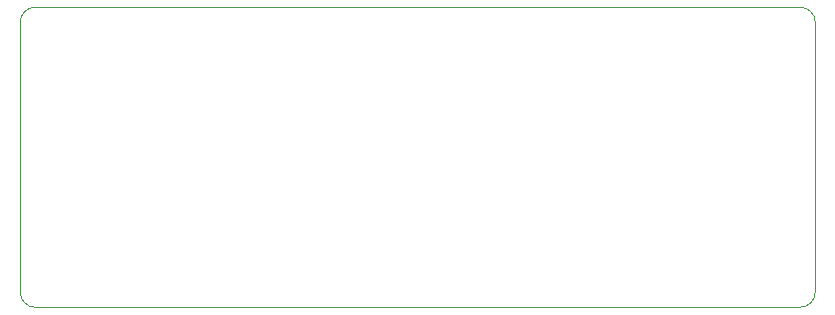
<source format=gm1>
%TF.GenerationSoftware,KiCad,Pcbnew,(5.1.10-0-10_14)*%
%TF.CreationDate,2021-11-02T10:24:53+01:00*%
%TF.ProjectId,UPDI_programmer,55504449-5f70-4726-9f67-72616d6d6572,rev?*%
%TF.SameCoordinates,Original*%
%TF.FileFunction,Profile,NP*%
%FSLAX46Y46*%
G04 Gerber Fmt 4.6, Leading zero omitted, Abs format (unit mm)*
G04 Created by KiCad (PCBNEW (5.1.10-0-10_14)) date 2021-11-02 10:24:53*
%MOMM*%
%LPD*%
G01*
G04 APERTURE LIST*
%TA.AperFunction,Profile*%
%ADD10C,0.050000*%
%TD*%
G04 APERTURE END LIST*
D10*
X165100000Y-55245000D02*
G75*
G02*
X166370000Y-56515000I0J-1270000D01*
G01*
X166370000Y-79375000D02*
G75*
G02*
X165100000Y-80645000I-1270000J0D01*
G01*
X100330000Y-80645000D02*
G75*
G02*
X99060000Y-79375000I0J1270000D01*
G01*
X99060000Y-56515000D02*
G75*
G02*
X100330000Y-55245000I1270000J0D01*
G01*
X165100000Y-55245000D02*
X100330000Y-55245000D01*
X166370000Y-79375000D02*
X166370000Y-56515000D01*
X100330000Y-80645000D02*
X165100000Y-80645000D01*
X99060000Y-56515000D02*
X99060000Y-79375000D01*
M02*

</source>
